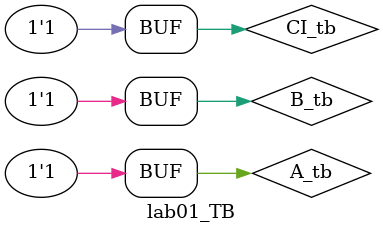
<source format=v>
`timescale 1ps/1ps
module lab01_TB(); //archivo para la simulacion

reg A_tb;
reg B_tb;
reg CI_tb;

wire S1_tb;
wire CO_tb;

lab01 uut(.A(A_tb),.B(B_tb),.CI(CI_tb),.S1(S1_tb),.CO(CO_tb));  //Se instancia el documento LAB para ponerlo bajo prueba
initial begin
A_tb = 0;
B_tb = 0;
CI_tb = 0;
#100 //cantiadad de unidades de tiempo que quiero que las variables esten en 0
A_tb = 0;
B_tb = 0;
CI_tb = 1;
#100
A_tb = 0;
B_tb = 1;
CI_tb = 0;
#100
A_tb = 0;
B_tb = 1;
CI_tb = 1;
#100
A_tb = 1;
B_tb = 0;
CI_tb = 0;
#100
A_tb = 1;
B_tb = 0;
CI_tb = 1;
#100
A_tb = 1;
B_tb = 1;
CI_tb = 0;
#100
A_tb = 1;
B_tb = 1;
CI_tb = 1;
end

endmodule
</source>
